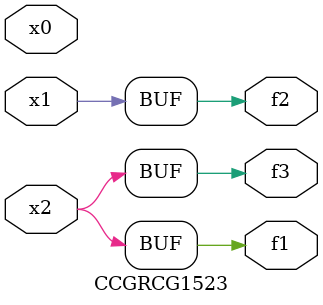
<source format=v>
module CCGRCG1523(
	input x0, x1, x2,
	output f1, f2, f3
);
	assign f1 = x2;
	assign f2 = x1;
	assign f3 = x2;
endmodule

</source>
